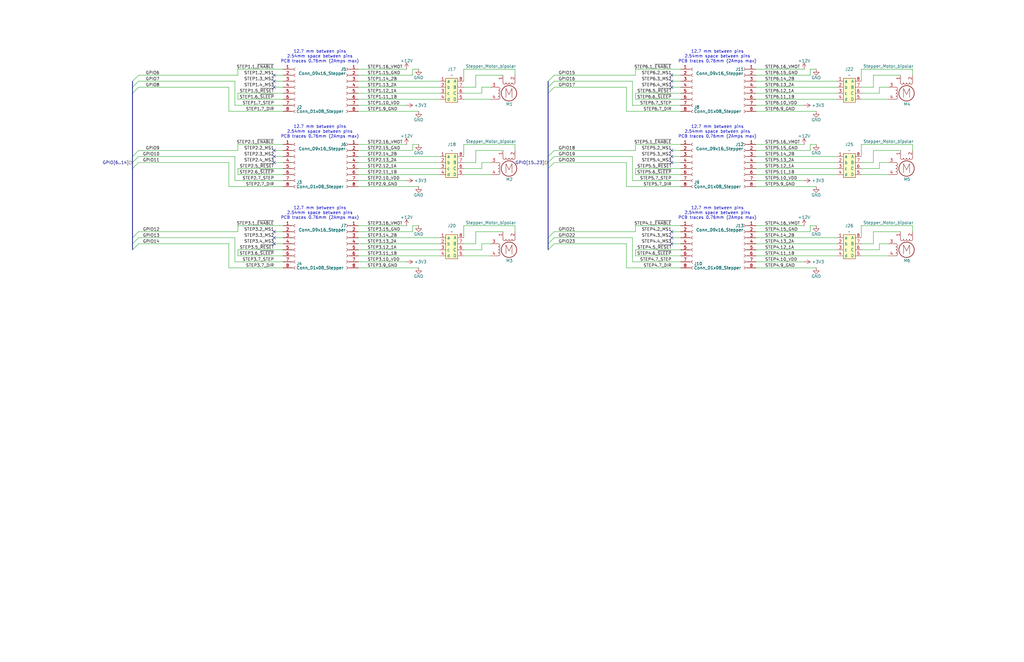
<source format=kicad_sch>
(kicad_sch (version 20250114) (generator "eeschema") (generator_version "9.0")
  (paper "B")
  (lib_symbols
    (symbol "Aeris_custom:SJ_Stepper_1-5mm"
      (property "Reference" "J" (at -0.254 7.62 0))
      (symbol "SJ_Stepper_1-5mm_0_1"
        (rectangle (start -2.54 5.08) (end 2.54 -5.08) (fill (type background)))
      )
      (symbol "SJ_Stepper_1-5mm_1_1"
        (pin input line (at -5.08 3.81 0) (length 2.54) (name "a") (number "1"))
        (pin input line (at -5.08 1.27 0) (length 2.54) (name "b") (number "2"))
        (pin input line (at -5.08 -1.27 0) (length 2.54) (name "c") (number "3"))
        (pin input line (at -5.08 -3.81 0) (length 2.54) (name "d") (number "4"))
        (pin input line (at 5.08 3.81 180) (length 2.54) (name "A") (number "8"))
        (pin input line (at 5.08 1.27 180) (length 2.54) (name "B") (number "7"))
        (pin input line (at 5.08 -1.27 180) (length 2.54) (name "C") (number "6"))
        (pin input line (at 5.08 -3.81 180) (length 2.54) (name "D") (number "5"))
      )
    )
    (symbol "Connector:Conn_01x08_Socket" (pin_names (offset 1.016) (hide yes))
      (property "Reference" "J" (at 0 10.16 0))
      (property "Value" "Conn_01x08_Socket" (at 0 -12.7 0))
      (symbol "Conn_01x08_Socket_1_1"
        (polyline (pts (xy -1.27 7.62) (xy -0.508 7.62)) (stroke (width 0.1524)))
        (polyline (pts (xy -1.27 5.08) (xy -0.508 5.08)) (stroke (width 0.1524)))
        (polyline (pts (xy -1.27 2.54) (xy -0.508 2.54)) (stroke (width 0.1524)))
        (polyline (pts (xy -1.27 0) (xy -0.508 0)) (stroke (width 0.1524)))
        (polyline (pts (xy -1.27 -2.54) (xy -0.508 -2.54)) (stroke (width 0.1524)))
        (polyline (pts (xy -1.27 -5.08) (xy -0.508 -5.08)) (stroke (width 0.1524)))
        (polyline (pts (xy -1.27 -7.62) (xy -0.508 -7.62)) (stroke (width 0.1524)))
        (polyline (pts (xy -1.27 -10.16) (xy -0.508 -10.16)) (stroke (width 0.1524)))
        (arc (start 0 7.112) (mid -0.5058 7.62) (end 0 8.128) (stroke (width 0.1524)))
        (arc (start 0 4.572) (mid -0.5058 5.08) (end 0 5.588) (stroke (width 0.1524)))
        (arc (start 0 2.032) (mid -0.5058 2.54) (end 0 3.048) (stroke (width 0.1524)))
        (arc (start 0 -0.508) (mid -0.5058 0) (end 0 0.508) (stroke (width 0.1524)))
        (arc (start 0 -3.048) (mid -0.5058 -2.54) (end 0 -2.032) (stroke (width 0.1524)))
        (arc (start 0 -5.588) (mid -0.5058 -5.08) (end 0 -4.572) (stroke (width 0.1524)))
        (arc (start 0 -8.128) (mid -0.5058 -7.62) (end 0 -7.112) (stroke (width 0.1524)))
        (arc (start 0 -10.668) (mid -0.5058 -10.16) (end 0 -9.652) (stroke (width 0.1524)))
        (pin passive line (at -5.08 7.62 0) (length 3.81) (name "Pin_1") (number "1"))
        (pin passive line (at -5.08 5.08 0) (length 3.81) (name "Pin_2") (number "2"))
        (pin passive line (at -5.08 2.54 0) (length 3.81) (name "Pin_3") (number "3"))
        (pin passive line (at -5.08 0 0) (length 3.81) (name "Pin_4") (number "4"))
        (pin passive line (at -5.08 -2.54 0) (length 3.81) (name "Pin_5") (number "5"))
        (pin passive line (at -5.08 -5.08 0) (length 3.81) (name "Pin_6") (number "6"))
        (pin passive line (at -5.08 -7.62 0) (length 3.81) (name "Pin_7") (number "7"))
        (pin passive line (at -5.08 -10.16 0) (length 3.81) (name "Pin_8") (number "8"))
      )
    )
    (symbol "Motor:Stepper_Motor_bipolar" (pin_names (offset 0) (hide yes))
      (property "Reference" "M" (at 3.81 2.54 0))
      (property "Value" "Stepper_Motor_bipolar" (at 3.81 1.27 0))
      (symbol "Stepper_Motor_bipolar_0_0"
        (polyline (pts (xy -1.27 -1.778) (xy -1.27 2.032) (xy 0 -0.508) (xy 1.27 2.032) (xy 1.27 -1.778)))
      )
      (symbol "Stepper_Motor_bipolar_0_1"
        (polyline (pts (xy -5.08 2.54) (xy -4.445 2.54)))
        (polyline (pts (xy -5.08 -2.54) (xy -4.445 -2.54)))
        (arc (start -4.445 2.54) (mid -3.8127 1.905) (end -4.445 1.27))
        (arc (start -4.445 1.27) (mid -3.8127 0.635) (end -4.445 0))
        (arc (start -4.445 0) (mid -3.8127 -0.635) (end -4.445 -1.27))
        (arc (start -4.445 -1.27) (mid -3.8127 -1.905) (end -4.445 -2.54))
        (polyline (pts (xy -2.54 5.08) (xy -2.54 4.445)))
        (arc (start -1.27 4.445) (mid -1.905 3.8127) (end -2.54 4.445))
        (arc (start 0 4.445) (mid -0.635 3.8127) (end -1.27 4.445))
        (circle (center 0 0) (radius 3.2512) (stroke (width 0.254)))
        (arc (start 1.27 4.445) (mid 0.635 3.8127) (end 0 4.445))
        (arc (start 2.54 4.445) (mid 1.905 3.8127) (end 1.27 4.445))
        (polyline (pts (xy 2.54 5.08) (xy 2.54 4.445)))
      )
      (symbol "Stepper_Motor_bipolar_1_1"
        (pin passive line (at -7.62 2.54 0) (length 2.54) (name "~") (number "3"))
        (pin passive line (at -7.62 -2.54 0) (length 2.54) (name "~") (number "4"))
        (pin passive line (at -2.54 7.62 270) (length 2.54) (name "~") (number "1"))
        (pin passive line (at 2.54 7.62 270) (length 2.54) (name "-") (number "2"))
      )
    )
    (symbol "power:+12V" (power) (pin_numbers (hide yes)) (pin_names (offset 0) (hide yes))
      (property "Value" "+12V" (at 0 3.556 0))
      (symbol "+12V_0_1"
        (polyline (pts (xy -0.762 1.27) (xy 0 2.54)))
        (polyline (pts (xy 0 2.54) (xy 0.762 1.27)))
        (polyline (pts (xy 0 0) (xy 0 2.54)))
      )
      (symbol "+12V_1_1"
        (pin power_in line (at 0 0 90) (length 0) (name "~") (number "1"))
      )
    )
    (symbol "power:+3V3" (power) (pin_numbers (hide yes)) (pin_names (offset 0) (hide yes))
      (property "Value" "+3V3" (at 0 3.556 0))
      (symbol "+3V3_0_1"
        (polyline (pts (xy -0.762 1.27) (xy 0 2.54)))
        (polyline (pts (xy 0 2.54) (xy 0.762 1.27)))
        (polyline (pts (xy 0 0) (xy 0 2.54)))
      )
      (symbol "+3V3_1_1"
        (pin power_in line (at 0 0 90) (length 0) (name "~") (number "1"))
      )
    )
    (symbol "power:GND" (power) (pin_numbers (hide yes)) (pin_names (offset 0) (hide yes))
      (property "Value" "GND" (at 0 -3.81 0))
      (symbol "GND_0_1"
        (polyline (pts (xy 0 0) (xy 0 -1.27) (xy 1.27 -1.27) (xy 0 -2.54) (xy -1.27 -1.27) (xy 0 -1.27)))
      )
      (symbol "GND_1_1"
        (pin power_in line (at 0 0 270) (length 0) (name "~") (number "1"))
      )
    )
  )
  (text "12.7 mm between pins\n2.54mm space between pins\nPCB traces 0.76mm (2Amps max)" (at 302.514 23.876 0) (effects (font (size 1.27 1.27))))
  (text "12.7 mm between pins\n2.54mm space between pins\nPCB traces 0.76mm (2Amps max)" (at 134.874 89.916 0) (effects (font (size 1.27 1.27))))
  (text "12.7 mm between pins\n2.54mm space between pins\nPCB traces 0.76mm (2Amps max)" (at 302.514 55.626 0) (effects (font (size 1.27 1.27))))
  (text "12.7 mm between pins\n2.54mm space between pins\nPCB traces 0.76mm (2Amps max)" (at 134.874 55.626 0) (effects (font (size 1.27 1.27))))
  (text "12.7 mm between pins\n2.54mm space between pins\nPCB traces 0.76mm (2Amps max)" (at 134.874 23.876 0) (effects (font (size 1.27 1.27))))
  (text "12.7 mm between pins\n2.54mm space between pins\nPCB traces 0.76mm (2Amps max)" (at 302.514 89.916 0) (effects (font (size 1.27 1.27))))
  (no_connect (at 115.57 31.75))
  (no_connect (at 283.21 102.87))
  (no_connect (at 283.21 63.5))
  (no_connect (at 283.21 97.79))
  (no_connect (at 115.57 36.83))
  (no_connect (at 283.21 31.75))
  (no_connect (at 115.57 68.58))
  (no_connect (at 283.21 34.29))
  (no_connect (at 283.21 66.04))
  (no_connect (at 115.57 102.87))
  (no_connect (at 115.57 34.29))
  (no_connect (at 283.21 36.83))
  (no_connect (at 283.21 100.33))
  (no_connect (at 283.21 68.58))
  (no_connect (at 115.57 63.5))
  (no_connect (at 115.57 100.33))
  (no_connect (at 115.57 66.04))
  (no_connect (at 115.57 97.79))
  (bus_entry (at 233.68 36.83) (size -2.54 2.54))
  (bus_entry (at 58.42 31.75) (size -2.54 2.54))
  (bus_entry (at 58.42 97.79) (size -2.54 2.54))
  (bus_entry (at 233.68 102.87) (size -2.54 2.54))
  (bus_entry (at 233.68 34.29) (size -2.54 2.54))
  (bus_entry (at 58.42 102.87) (size -2.54 2.54))
  (bus_entry (at 58.42 63.5) (size -2.54 2.54))
  (bus_entry (at 233.68 63.5) (size -2.54 2.54))
  (bus_entry (at 233.68 66.04) (size -2.54 2.54))
  (bus_entry (at 58.42 100.33) (size -2.54 2.54))
  (bus_entry (at 58.42 66.04) (size -2.54 2.54))
  (bus_entry (at 233.68 97.79) (size -2.54 2.54))
  (bus_entry (at 58.42 68.58) (size -2.54 2.54))
  (bus_entry (at 233.68 31.75) (size -2.54 2.54))
  (bus_entry (at 58.42 34.29) (size -2.54 2.54))
  (bus_entry (at 58.42 36.83) (size -2.54 2.54))
  (bus_entry (at 233.68 68.58) (size -2.54 2.54))
  (bus_entry (at 233.68 100.33) (size -2.54 2.54))
  (wire (pts (xy 115.57 36.83) (xy 119.38 36.83)))
  (wire (pts (xy 368.3 97.79) (xy 379.73 97.79)))
  (wire (pts (xy 318.77 66.04) (xy 353.06 66.04)))
  (bus (pts (xy 55.88 34.29) (xy 55.88 36.83)))
  (wire (pts (xy 363.22 105.41) (xy 370.84 105.41)))
  (wire (pts (xy 115.57 68.58) (xy 119.38 68.58)))
  (wire (pts (xy 203.2 39.37) (xy 203.2 36.83)))
  (wire (pts (xy 318.77 60.96) (xy 339.09 60.96)))
  (wire (pts (xy 100.33 105.41) (xy 119.38 105.41)))
  (wire (pts (xy 370.84 71.12) (xy 370.84 68.58)))
  (wire (pts (xy 200.66 68.58) (xy 200.66 63.5)))
  (wire (pts (xy 99.06 44.45) (xy 99.06 34.29)))
  (wire (pts (xy 266.7 110.49) (xy 266.7 100.33)))
  (wire (pts (xy 318.77 105.41) (xy 353.06 105.41)))
  (wire (pts (xy 370.84 105.41) (xy 370.84 102.87)))
  (wire (pts (xy 200.66 36.83) (xy 200.66 31.75)))
  (wire (pts (xy 267.97 29.21) (xy 287.02 29.21)))
  (wire (pts (xy 100.33 29.21) (xy 100.33 31.75)))
  (wire (pts (xy 195.58 34.29) (xy 195.58 29.21)))
  (wire (pts (xy 264.16 113.03) (xy 264.16 102.87)))
  (wire (pts (xy 195.58 95.25) (xy 217.17 95.25)))
  (wire (pts (xy 100.33 107.95) (xy 119.38 107.95)))
  (wire (pts (xy 58.42 100.33) (xy 99.06 100.33)))
  (bus (pts (xy 231.14 102.87) (xy 231.14 105.41)))
  (wire (pts (xy 318.77 41.91) (xy 353.06 41.91)))
  (bus (pts (xy 231.14 68.58) (xy 231.14 71.12)))
  (wire (pts (xy 151.13 76.2) (xy 171.45 76.2)))
  (wire (pts (xy 100.33 95.25) (xy 100.33 97.79)))
  (wire (pts (xy 100.33 107.95) (xy 100.33 105.41)))
  (wire (pts (xy 267.97 107.95) (xy 267.97 105.41)))
  (wire (pts (xy 233.68 68.58) (xy 264.16 68.58)))
  (wire (pts (xy 200.66 31.75) (xy 212.09 31.75)))
  (wire (pts (xy 318.77 113.03) (xy 344.17 113.03)))
  (wire (pts (xy 195.58 29.21) (xy 217.17 29.21)))
  (wire (pts (xy 233.68 63.5) (xy 267.97 63.5)))
  (wire (pts (xy 151.13 63.5) (xy 173.99 63.5)))
  (wire (pts (xy 200.66 63.5) (xy 212.09 63.5)))
  (wire (pts (xy 233.68 97.79) (xy 267.97 97.79)))
  (wire (pts (xy 200.66 97.79) (xy 212.09 97.79)))
  (wire (pts (xy 283.21 68.58) (xy 287.02 68.58)))
  (wire (pts (xy 266.7 110.49) (xy 287.02 110.49)))
  (bus (pts (xy 55.88 102.87) (xy 55.88 105.41)))
  (wire (pts (xy 344.17 29.21) (xy 341.63 29.21)))
  (wire (pts (xy 173.99 95.25) (xy 173.99 97.79)))
  (wire (pts (xy 267.97 73.66) (xy 267.97 71.12)))
  (wire (pts (xy 341.63 29.21) (xy 341.63 31.75)))
  (wire (pts (xy 151.13 39.37) (xy 185.42 39.37)))
  (wire (pts (xy 203.2 102.87) (xy 207.01 102.87)))
  (wire (pts (xy 363.22 39.37) (xy 370.84 39.37)))
  (bus (pts (xy 55.88 71.12) (xy 55.88 100.33)))
  (wire (pts (xy 151.13 31.75) (xy 173.99 31.75)))
  (wire (pts (xy 96.52 78.74) (xy 96.52 68.58)))
  (wire (pts (xy 195.58 107.95) (xy 207.01 107.95)))
  (wire (pts (xy 318.77 76.2) (xy 339.09 76.2)))
  (wire (pts (xy 115.57 63.5) (xy 119.38 63.5)))
  (wire (pts (xy 151.13 105.41) (xy 185.42 105.41)))
  (wire (pts (xy 217.17 63.5) (xy 217.17 60.96)))
  (wire (pts (xy 283.21 63.5) (xy 287.02 63.5)))
  (wire (pts (xy 195.58 41.91) (xy 207.01 41.91)))
  (wire (pts (xy 58.42 68.58) (xy 96.52 68.58)))
  (wire (pts (xy 267.97 60.96) (xy 287.02 60.96)))
  (wire (pts (xy 264.16 113.03) (xy 287.02 113.03)))
  (wire (pts (xy 267.97 73.66) (xy 287.02 73.66)))
  (wire (pts (xy 115.57 100.33) (xy 119.38 100.33)))
  (wire (pts (xy 267.97 95.25) (xy 287.02 95.25)))
  (wire (pts (xy 58.42 31.75) (xy 100.33 31.75)))
  (wire (pts (xy 176.53 95.25) (xy 173.99 95.25)))
  (bus (pts (xy 231.14 66.04) (xy 231.14 68.58)))
  (wire (pts (xy 99.06 76.2) (xy 99.06 66.04)))
  (wire (pts (xy 266.7 76.2) (xy 287.02 76.2)))
  (wire (pts (xy 115.57 34.29) (xy 119.38 34.29)))
  (wire (pts (xy 264.16 78.74) (xy 264.16 68.58)))
  (wire (pts (xy 151.13 34.29) (xy 185.42 34.29)))
  (wire (pts (xy 267.97 60.96) (xy 267.97 63.5)))
  (wire (pts (xy 151.13 60.96) (xy 171.45 60.96)))
  (wire (pts (xy 363.22 95.25) (xy 384.81 95.25)))
  (wire (pts (xy 99.06 110.49) (xy 119.38 110.49)))
  (wire (pts (xy 233.68 66.04) (xy 266.7 66.04)))
  (wire (pts (xy 195.58 100.33) (xy 195.58 95.25)))
  (wire (pts (xy 264.16 46.99) (xy 264.16 36.83)))
  (wire (pts (xy 341.63 95.25) (xy 341.63 97.79)))
  (wire (pts (xy 195.58 102.87) (xy 200.66 102.87)))
  (wire (pts (xy 266.7 44.45) (xy 287.02 44.45)))
  (wire (pts (xy 100.33 71.12) (xy 119.38 71.12)))
  (wire (pts (xy 151.13 36.83) (xy 185.42 36.83)))
  (wire (pts (xy 318.77 78.74) (xy 344.17 78.74)))
  (wire (pts (xy 318.77 46.99) (xy 344.17 46.99)))
  (wire (pts (xy 318.77 71.12) (xy 353.06 71.12)))
  (wire (pts (xy 195.58 60.96) (xy 217.17 60.96)))
  (wire (pts (xy 151.13 97.79) (xy 173.99 97.79)))
  (wire (pts (xy 115.57 66.04) (xy 119.38 66.04)))
  (wire (pts (xy 384.81 31.75) (xy 384.81 29.21)))
  (wire (pts (xy 368.3 68.58) (xy 368.3 63.5)))
  (wire (pts (xy 266.7 76.2) (xy 266.7 66.04)))
  (bus (pts (xy 55.88 68.58) (xy 55.88 71.12)))
  (bus (pts (xy 231.14 34.29) (xy 231.14 36.83)))
  (wire (pts (xy 363.22 36.83) (xy 368.3 36.83)))
  (wire (pts (xy 217.17 97.79) (xy 217.17 95.25)))
  (wire (pts (xy 318.77 73.66) (xy 353.06 73.66)))
  (wire (pts (xy 318.77 29.21) (xy 339.09 29.21)))
  (wire (pts (xy 267.97 105.41) (xy 287.02 105.41)))
  (wire (pts (xy 151.13 100.33) (xy 185.42 100.33)))
  (wire (pts (xy 363.22 107.95) (xy 374.65 107.95)))
  (wire (pts (xy 151.13 41.91) (xy 185.42 41.91)))
  (wire (pts (xy 96.52 113.03) (xy 96.52 102.87)))
  (wire (pts (xy 115.57 102.87) (xy 119.38 102.87)))
  (bus (pts (xy 55.88 39.37) (xy 55.88 66.04)))
  (wire (pts (xy 318.77 107.95) (xy 353.06 107.95)))
  (wire (pts (xy 100.33 60.96) (xy 100.33 63.5)))
  (bus (pts (xy 55.88 66.04) (xy 55.88 68.58)))
  (wire (pts (xy 100.33 73.66) (xy 119.38 73.66)))
  (bus (pts (xy 231.14 36.83) (xy 231.14 39.37)))
  (wire (pts (xy 318.77 68.58) (xy 353.06 68.58)))
  (wire (pts (xy 151.13 107.95) (xy 185.42 107.95)))
  (wire (pts (xy 195.58 105.41) (xy 203.2 105.41)))
  (wire (pts (xy 173.99 60.96) (xy 173.99 63.5)))
  (bus (pts (xy 231.14 71.12) (xy 231.14 100.33)))
  (wire (pts (xy 58.42 36.83) (xy 96.52 36.83)))
  (wire (pts (xy 195.58 71.12) (xy 203.2 71.12)))
  (wire (pts (xy 368.3 63.5) (xy 379.73 63.5)))
  (wire (pts (xy 203.2 68.58) (xy 207.01 68.58)))
  (wire (pts (xy 100.33 60.96) (xy 119.38 60.96)))
  (wire (pts (xy 151.13 44.45) (xy 171.45 44.45)))
  (wire (pts (xy 151.13 73.66) (xy 185.42 73.66)))
  (wire (pts (xy 384.81 97.79) (xy 384.81 95.25)))
  (wire (pts (xy 151.13 68.58) (xy 185.42 68.58)))
  (wire (pts (xy 363.22 68.58) (xy 368.3 68.58)))
  (wire (pts (xy 233.68 100.33) (xy 266.7 100.33)))
  (wire (pts (xy 363.22 60.96) (xy 384.81 60.96)))
  (wire (pts (xy 151.13 46.99) (xy 176.53 46.99)))
  (wire (pts (xy 99.06 44.45) (xy 119.38 44.45)))
  (wire (pts (xy 195.58 36.83) (xy 200.66 36.83)))
  (wire (pts (xy 283.21 36.83) (xy 287.02 36.83)))
  (wire (pts (xy 151.13 66.04) (xy 185.42 66.04)))
  (wire (pts (xy 318.77 34.29) (xy 353.06 34.29)))
  (wire (pts (xy 58.42 97.79) (xy 100.33 97.79)))
  (bus (pts (xy 231.14 39.37) (xy 231.14 66.04)))
  (wire (pts (xy 58.42 34.29) (xy 99.06 34.29)))
  (wire (pts (xy 176.53 60.96) (xy 173.99 60.96)))
  (wire (pts (xy 200.66 102.87) (xy 200.66 97.79)))
  (wire (pts (xy 318.77 63.5) (xy 341.63 63.5)))
  (wire (pts (xy 266.7 44.45) (xy 266.7 34.29)))
  (wire (pts (xy 100.33 41.91) (xy 119.38 41.91)))
  (wire (pts (xy 363.22 41.91) (xy 374.65 41.91)))
  (wire (pts (xy 368.3 36.83) (xy 368.3 31.75)))
  (wire (pts (xy 363.22 100.33) (xy 363.22 95.25)))
  (wire (pts (xy 96.52 46.99) (xy 96.52 36.83)))
  (wire (pts (xy 100.33 41.91) (xy 100.33 39.37)))
  (wire (pts (xy 283.21 100.33) (xy 287.02 100.33)))
  (wire (pts (xy 99.06 76.2) (xy 119.38 76.2)))
  (wire (pts (xy 151.13 71.12) (xy 185.42 71.12)))
  (wire (pts (xy 341.63 60.96) (xy 341.63 63.5)))
  (wire (pts (xy 267.97 29.21) (xy 267.97 31.75)))
  (wire (pts (xy 318.77 97.79) (xy 341.63 97.79)))
  (wire (pts (xy 283.21 34.29) (xy 287.02 34.29)))
  (wire (pts (xy 115.57 97.79) (xy 119.38 97.79)))
  (wire (pts (xy 363.22 71.12) (xy 370.84 71.12)))
  (wire (pts (xy 233.68 31.75) (xy 267.97 31.75)))
  (wire (pts (xy 100.33 29.21) (xy 119.38 29.21)))
  (wire (pts (xy 318.77 110.49) (xy 339.09 110.49)))
  (wire (pts (xy 318.77 95.25) (xy 339.09 95.25)))
  (wire (pts (xy 318.77 39.37) (xy 353.06 39.37)))
  (wire (pts (xy 195.58 73.66) (xy 207.01 73.66)))
  (wire (pts (xy 96.52 113.03) (xy 119.38 113.03)))
  (wire (pts (xy 368.3 102.87) (xy 368.3 97.79)))
  (wire (pts (xy 363.22 73.66) (xy 374.65 73.66)))
  (wire (pts (xy 264.16 46.99) (xy 287.02 46.99)))
  (wire (pts (xy 173.99 29.21) (xy 173.99 31.75)))
  (wire (pts (xy 283.21 31.75) (xy 287.02 31.75)))
  (wire (pts (xy 318.77 36.83) (xy 353.06 36.83)))
  (wire (pts (xy 96.52 46.99) (xy 119.38 46.99)))
  (wire (pts (xy 283.21 66.04) (xy 287.02 66.04)))
  (wire (pts (xy 203.2 36.83) (xy 207.01 36.83)))
  (wire (pts (xy 318.77 102.87) (xy 353.06 102.87)))
  (wire (pts (xy 100.33 73.66) (xy 100.33 71.12)))
  (wire (pts (xy 318.77 44.45) (xy 339.09 44.45)))
  (wire (pts (xy 267.97 41.91) (xy 267.97 39.37)))
  (wire (pts (xy 58.42 63.5) (xy 100.33 63.5)))
  (bus (pts (xy 55.88 100.33) (xy 55.88 102.87)))
  (wire (pts (xy 115.57 31.75) (xy 119.38 31.75)))
  (bus (pts (xy 55.88 36.83) (xy 55.88 39.37)))
  (wire (pts (xy 151.13 29.21) (xy 171.45 29.21)))
  (wire (pts (xy 267.97 107.95) (xy 287.02 107.95)))
  (wire (pts (xy 370.84 102.87) (xy 374.65 102.87)))
  (wire (pts (xy 151.13 95.25) (xy 171.45 95.25)))
  (wire (pts (xy 318.77 31.75) (xy 341.63 31.75)))
  (bus (pts (xy 231.14 100.33) (xy 231.14 102.87)))
  (wire (pts (xy 368.3 31.75) (xy 379.73 31.75)))
  (wire (pts (xy 363.22 66.04) (xy 363.22 60.96)))
  (wire (pts (xy 233.68 102.87) (xy 264.16 102.87)))
  (wire (pts (xy 370.84 68.58) (xy 374.65 68.58)))
  (wire (pts (xy 99.06 110.49) (xy 99.06 100.33)))
  (wire (pts (xy 370.84 36.83) (xy 374.65 36.83)))
  (wire (pts (xy 363.22 102.87) (xy 368.3 102.87)))
  (wire (pts (xy 195.58 39.37) (xy 203.2 39.37)))
  (wire (pts (xy 344.17 60.96) (xy 341.63 60.96)))
  (wire (pts (xy 58.42 102.87) (xy 96.52 102.87)))
  (wire (pts (xy 363.22 34.29) (xy 363.22 29.21)))
  (wire (pts (xy 100.33 39.37) (xy 119.38 39.37)))
  (wire (pts (xy 217.17 31.75) (xy 217.17 29.21)))
  (wire (pts (xy 203.2 105.41) (xy 203.2 102.87)))
  (wire (pts (xy 264.16 78.74) (xy 287.02 78.74)))
  (wire (pts (xy 267.97 41.91) (xy 287.02 41.91)))
  (wire (pts (xy 176.53 29.21) (xy 173.99 29.21)))
  (wire (pts (xy 151.13 113.03) (xy 176.53 113.03)))
  (wire (pts (xy 151.13 110.49) (xy 171.45 110.49)))
  (wire (pts (xy 195.58 66.04) (xy 195.58 60.96)))
  (wire (pts (xy 318.77 100.33) (xy 353.06 100.33)))
  (wire (pts (xy 151.13 78.74) (xy 176.53 78.74)))
  (wire (pts (xy 283.21 102.87) (xy 287.02 102.87)))
  (wire (pts (xy 233.68 36.83) (xy 264.16 36.83)))
  (wire (pts (xy 58.42 66.04) (xy 99.06 66.04)))
  (wire (pts (xy 151.13 102.87) (xy 185.42 102.87)))
  (wire (pts (xy 363.22 29.21) (xy 384.81 29.21)))
  (wire (pts (xy 267.97 71.12) (xy 287.02 71.12)))
  (wire (pts (xy 100.33 95.25) (xy 119.38 95.25)))
  (wire (pts (xy 384.81 63.5) (xy 384.81 60.96)))
  (wire (pts (xy 203.2 71.12) (xy 203.2 68.58)))
  (wire (pts (xy 344.17 95.25) (xy 341.63 95.25)))
  (wire (pts (xy 370.84 39.37) (xy 370.84 36.83)))
  (wire (pts (xy 283.21 97.79) (xy 287.02 97.79)))
  (wire (pts (xy 195.58 68.58) (xy 200.66 68.58)))
  (wire (pts (xy 233.68 34.29) (xy 266.7 34.29)))
  (wire (pts (xy 267.97 95.25) (xy 267.97 97.79)))
  (wire (pts (xy 267.97 39.37) (xy 287.02 39.37)))
  (wire (pts (xy 96.52 78.74) (xy 119.38 78.74)))
  (label "STEP1.6_~{SLEEP}" (at 115.57 41.91 180))
  (label "STEP3.9_GND" (at 154.94 113.03 0))
  (label "STEP5.9_GND" (at 322.58 78.74 0))
  (label "STEP5.4_MS3" (at 283.21 68.58 180))
  (label "STEP1.9_GND" (at 154.94 46.99 0))
  (label "GPIO15" (at 242.57 31.75 180))
  (label "STEP6.7_DIR" (at 283.21 46.99 180))
  (label "STEP6.1_~{ENABLE}" (at 283.21 29.21 180))
  (label "STEP2.3_MS2" (at 115.57 66.04 180))
  (label "STEP4.10_VDD" (at 322.58 110.49 0))
  (label "STEP3.14_2B" (at 154.94 100.33 0))
  (label "GPIO12" (at 67.31 97.79 180))
  (label "GPIO21" (at 242.57 97.79 180))
  (label "STEP6.14_2B" (at 322.58 34.29 0))
  (label "GPIO17" (at 242.57 36.83 180))
  (label "STEP5.15_GND" (at 322.58 63.5 0))
  (label "STEP1.2_MS1" (at 115.57 31.75 180))
  (label "STEP3.12_1A" (at 154.94 105.41 0))
  (label "GPIO22" (at 242.57 100.33 180))
  (label "STEP2.12_1A" (at 154.94 71.12 0))
  (label "STEP2.13_2A" (at 154.94 68.58 0))
  (label "STEP1.10_VDD" (at 154.94 44.45 0))
  (label "STEP4.15_GND" (at 322.58 97.79 0))
  (label "STEP2.2_MS1" (at 115.57 63.5 180))
  (label "STEP6.13_2A" (at 322.58 36.83 0))
  (label "STEP1.12_1A" (at 154.94 39.37 0))
  (label "STEP5.16_VMOT" (at 322.58 60.96 0))
  (label "STEP3.6_~{SLEEP}" (at 115.57 107.95 180))
  (label "STEP4.2_MS1" (at 283.21 97.79 180))
  (label "STEP1.3_MS2" (at 115.57 34.29 180))
  (label "STEP5.3_MS2" (at 283.21 66.04 180))
  (label "STEP4.4_MS3" (at 283.21 102.87 180))
  (label "STEP6.9_GND" (at 322.58 46.99 0))
  (label "STEP3.2_MS1" (at 115.57 97.79 180))
  (label "STEP5.11_1B" (at 322.58 73.66 0))
  (label "STEP4.12_1A" (at 322.58 105.41 0))
  (label "GPIO16" (at 242.57 34.29 180))
  (label "STEP5.2_MS1" (at 283.21 63.5 180))
  (label "GPIO6" (at 67.31 31.75 180))
  (label "STEP1.7_DIR" (at 115.57 46.99 180))
  (label "STEP2.16_VMOT" (at 154.94 60.96 0))
  (label "GPIO8" (at 67.31 36.83 180))
  (label "STEP5.6_~{SLEEP}" (at 283.21 73.66 180))
  (label "STEP4.1_~{ENABLE}" (at 283.21 95.25 180))
  (label "STEP2.7_STEP" (at 115.57 76.2 180))
  (label "STEP6.12_1A" (at 322.58 39.37 0))
  (label "STEP6.3_MS2" (at 283.21 34.29 180))
  (label "GPIO14" (at 67.31 102.87 180))
  (label "STEP6.16_VMOT" (at 322.58 29.21 0))
  (label "STEP1.13_2A" (at 154.94 36.83 0))
  (label "STEP3.15_GND" (at 154.94 97.79 0))
  (label "STEP3.7_DIR" (at 115.57 113.03 180))
  (label "GPIO23" (at 242.57 102.87 180))
  (label "STEP3.4_MS3" (at 115.57 102.87 180))
  (label "GPIO19" (at 242.57 66.04 180))
  (label "STEP5.1_~{ENABLE}" (at 283.21 60.96 180))
  (label "STEP5.14_2B" (at 322.58 66.04 0))
  (label "GPIO13" (at 67.31 100.33 180))
  (label "STEP1.1_~{ENABLE}" (at 115.57 29.21 180))
  (label "GPIO11" (at 67.31 68.58 180))
  (label "STEP5.10_VDD" (at 322.58 76.2 0))
  (label "STEP4.6_~{SLEEP}" (at 283.21 107.95 180))
  (label "STEP6.11_1B" (at 322.58 41.91 0))
  (label "STEP4.11_1B" (at 322.58 107.95 0))
  (label "STEP3.13_2A" (at 154.94 102.87 0))
  (label "STEP4.7_DIR" (at 283.21 113.03 180))
  (label "STEP6.10_VDD" (at 322.58 44.45 0))
  (label "STEP3.1_~{ENABLE}" (at 115.57 95.25 180))
  (label "STEP5.13_2A" (at 322.58 68.58 0))
  (label "STEP2.10_VDD" (at 154.94 76.2 0))
  (label "STEP5.7_DIR" (at 283.21 78.74 180))
  (label "STEP6.4_MS3" (at 283.21 36.83 180))
  (label "STEP6.2_MS1" (at 283.21 31.75 180))
  (label "STEP2.7_DIR" (at 115.57 78.74 180))
  (label "STEP1.11_1B" (at 154.94 41.91 0))
  (label "STEP3.7_STEP" (at 115.57 110.49 180))
  (label "STEP6.5_~{RESET}" (at 283.21 39.37 180))
  (label "STEP4.16_VMOT" (at 322.58 95.25 0))
  (label "STEP1.14_2B" (at 154.94 34.29 0))
  (label "STEP1.4_MS3" (at 115.57 36.83 180))
  (label "STEP3.3_MS2" (at 115.57 100.33 180))
  (label "STEP2.4_MS3" (at 115.57 68.58 180))
  (label "STEP2.9_GND" (at 154.94 78.74 0))
  (label "STEP1.5_~{RESET}" (at 115.57 39.37 180))
  (label "STEP4.5_~{RESET}" (at 283.21 105.41 180))
  (label "STEP2.11_1B" (at 154.94 73.66 0))
  (label "STEP3.10_VDD" (at 154.94 110.49 0))
  (label "STEP3.16_VMOT" (at 154.94 95.25 0))
  (label "STEP2.15_GND" (at 154.94 63.5 0))
  (label "STEP4.3_MS2" (at 283.21 100.33 180))
  (label "GPIO7" (at 67.31 34.29 180))
  (label "STEP1.15_GND" (at 154.94 31.75 0))
  (label "STEP6.7_STEP" (at 283.21 44.45 180))
  (label "STEP4.13_2A" (at 322.58 102.87 0))
  (label "STEP2.14_2B" (at 154.94 66.04 0))
  (label "GPIO20" (at 242.57 68.58 180))
  (label "STEP5.5_~{RESET}" (at 283.21 71.12 180))
  (label "STEP4.14_2B" (at 322.58 100.33 0))
  (label "STEP3.5_~{RESET}" (at 115.57 105.41 180))
  (label "STEP1.7_STEP" (at 115.57 44.45 180))
  (label "GPIO18" (at 242.57 63.5 180))
  (label "STEP6.15_GND" (at 322.58 31.75 0))
  (label "STEP3.11_1B" (at 154.94 107.95 0))
  (label "STEP2.6_~{SLEEP}" (at 115.57 73.66 180))
  (label "STEP5.12_1A" (at 322.58 71.12 0))
  (label "GPIO9" (at 67.31 63.5 180))
  (label "STEP4.7_STEP" (at 283.21 110.49 180))
  (label "GPIO10" (at 67.31 66.04 180))
  (label "STEP2.1_~{ENABLE}" (at 115.57 60.96 180))
  (label "STEP2.5_~{RESET}" (at 115.57 71.12 180))
  (label "STEP1.16_VMOT" (at 154.94 29.21 0))
  (label "STEP6.6_~{SLEEP}" (at 283.21 41.91 180))
  (label "STEP5.7_STEP" (at 283.21 76.2 180))
  (label "STEP4.9_GND" (at 322.58 113.03 0))
  (hierarchical_label "GPIO[15..23]" (shape input) (at 231.14 68.58 180))
  (hierarchical_label "GPIO[6..14]" (shape input) (at 55.88 68.58 180))
  (symbol (lib_id "power:+3V3") (at 171.45 44.45 270) (unit 1)
    (property "Reference" "#PWR034" (effects (hide yes)))
    (property "Value" "+3V3" (at 177.292 44.45 90))
    (property "Description" "Power symbol creates a global label with name \"+3V3\"" (effects (hide yes)))
  )
  (symbol (lib_id "power:GND") (at 344.17 29.21 0) (unit 1)
    (property "Reference" "#PWR051" (effects (hide yes)))
    (property "Value" "GND" (at 344.17 32.766 0))
    (property "Description" "Power symbol creates a global label with name \"GND\" , ground" (effects (hide yes)))
  )
  (symbol (lib_id "power:+3V3") (at 171.45 76.2 270) (unit 1)
    (property "Reference" "#PWR036" (effects (hide yes)))
    (property "Value" "+3V3" (at 177.292 76.2 90))
    (property "Description" "Power symbol creates a global label with name \"+3V3\"" (effects (hide yes)))
  )
  (symbol (lib_id "Aeris_custom:SJ_Stepper_1-5mm") (at 190.5 38.1 0) (unit 1)
    (property "Reference" "J17" (at 190.5 29.21 0))
    (property "Value" "~" (at 190.5 31.75 0))
    (property "Footprint" "Custom_Aeris:SJ_Stepper_1-5mm" (effects (hide yes)))
  )
  (symbol (lib_id "power:GND") (at 344.17 60.96 0) (unit 1)
    (property "Reference" "#PWR053" (effects (hide yes)))
    (property "Value" "GND" (at 344.17 64.516 0))
    (property "Description" "Power symbol creates a global label with name \"GND\" , ground" (effects (hide yes)))
  )
  (symbol (lib_id "power:GND") (at 176.53 113.03 0) (unit 1)
    (property "Reference" "#PWR044" (effects (hide yes)))
    (property "Value" "GND" (at 176.53 116.586 0))
    (property "Description" "Power symbol creates a global label with name \"GND\" , ground" (effects (hide yes)))
  )
  (symbol (lib_id "power:GND") (at 344.17 46.99 0) (unit 1)
    (property "Reference" "#PWR052" (effects (hide yes)))
    (property "Value" "GND" (at 344.17 50.546 0))
    (property "Description" "Power symbol creates a global label with name \"GND\" , ground" (effects (hide yes)))
  )
  (symbol (lib_id "power:+3V3") (at 339.09 76.2 270) (unit 1)
    (property "Reference" "#PWR048" (effects (hide yes)))
    (property "Value" "+3V3" (at 344.932 76.2 90))
    (property "Description" "Power symbol creates a global label with name \"+3V3\"" (effects (hide yes)))
  )
  (symbol (lib_id "Motor:Stepper_Motor_bipolar") (at 214.63 105.41 0) (unit 1)
    (property "Reference" "M3" (at 213.36 109.982 0) (effects (justify left)))
    (property "Value" "Stepper_Motor_bipolar" (at 196.342 93.98 0) (effects (justify left)))
    (property "Footprint" "Connector_PinSocket_2.54mm:PinSocket_1x04_P2.54mm_Vertical" (effects (hide yes)))
    (property "Datasheet" "http://www.infineon.com/dgdl/Application-Note-TLE8110EE_driving_UniPolarStepperMotor_V1.1.pdf?fileId=db3a30431be39b97011be5d0aa0a00b0" (effects (hide yes)))
    (property "Description" "4-wire bipolar stepper motor" (effects (hide yes)))
  )
  (symbol (lib_id "power:GND") (at 344.17 95.25 0) (unit 1)
    (property "Reference" "#PWR055" (effects (hide yes)))
    (property "Value" "GND" (at 344.17 98.806 0))
    (property "Description" "Power symbol creates a global label with name \"GND\" , ground" (effects (hide yes)))
  )
  (symbol (lib_id "Connector:Conn_01x08_Socket") (at 146.05 36.83 0) (mirror y) (unit 1)
    (property "Reference" "J5" (at 146.05 29.21 0) (effects (justify left)))
    (property "Value" "Conn_09x16_Stepper" (at 145.796 30.988 0) (effects (justify left)))
    (property "Footprint" "Connector_PinSocket_2.54mm:PinSocket_1x08_P2.54mm_Vertical_SMD_Pin1Left" (effects (hide yes)))
    (property "Description" "Generic connector, single row, 01x08, script generated" (effects (hide yes)))
  )
  (symbol (lib_id "Connector:Conn_01x08_Socket") (at 124.46 102.87 0) (unit 1)
    (property "Reference" "J4" (at 124.968 111.2519 0) (effects (justify left)))
    (property "Value" "Conn_01x08_Stepper" (at 124.968 113.03 0) (effects (justify left)))
    (property "Footprint" "Connector_PinSocket_2.54mm:PinSocket_1x08_P2.54mm_Vertical_SMD_Pin1Left" (effects (hide yes)))
    (property "Description" "Generic connector, single row, 01x08, script generated" (effects (hide yes)))
  )
  (symbol (lib_id "power:GND") (at 344.17 78.74 0) (unit 1)
    (property "Reference" "#PWR054" (effects (hide yes)))
    (property "Value" "GND" (at 344.17 82.296 0))
    (property "Description" "Power symbol creates a global label with name \"GND\" , ground" (effects (hide yes)))
  )
  (symbol (lib_id "Connector:Conn_01x08_Socket") (at 292.1 102.87 0) (unit 1)
    (property "Reference" "J10" (at 292.608 111.2519 0) (effects (justify left)))
    (property "Value" "Conn_01x08_Stepper" (at 292.608 113.03 0) (effects (justify left)))
    (property "Footprint" "Connector_PinSocket_2.54mm:PinSocket_1x08_P2.54mm_Vertical_SMD_Pin1Left" (effects (hide yes)))
    (property "Description" "Generic connector, single row, 01x08, script generated" (effects (hide yes)))
  )
  (symbol (lib_id "power:+12V") (at 339.09 95.25 0) (unit 1)
    (property "Reference" "#PWR049" (effects (hide yes)))
    (property "Value" "+12V" (at 339.09 91.694 0))
    (property "Description" "Power symbol creates a global label with name \"+12V\"" (effects (hide yes)))
  )
  (symbol (lib_id "Motor:Stepper_Motor_bipolar") (at 382.27 39.37 0) (unit 1)
    (property "Reference" "M4" (at 381 43.942 0) (effects (justify left)))
    (property "Value" "Stepper_Motor_bipolar" (at 363.982 27.94 0) (effects (justify left)))
    (property "Footprint" "Connector_PinSocket_2.54mm:PinSocket_1x04_P2.54mm_Vertical" (effects (hide yes)))
    (property "Datasheet" "http://www.infineon.com/dgdl/Application-Note-TLE8110EE_driving_UniPolarStepperMotor_V1.1.pdf?fileId=db3a30431be39b97011be5d0aa0a00b0" (effects (hide yes)))
    (property "Description" "4-wire bipolar stepper motor" (effects (hide yes)))
  )
  (symbol (lib_id "power:+3V3") (at 339.09 44.45 270) (unit 1)
    (property "Reference" "#PWR046" (effects (hide yes)))
    (property "Value" "+3V3" (at 344.932 44.45 90))
    (property "Description" "Power symbol creates a global label with name \"+3V3\"" (effects (hide yes)))
  )
  (symbol (lib_id "power:GND") (at 176.53 29.21 0) (unit 1)
    (property "Reference" "#PWR039" (effects (hide yes)))
    (property "Value" "GND" (at 176.53 32.766 0))
    (property "Description" "Power symbol creates a global label with name \"GND\" , ground" (effects (hide yes)))
  )
  (symbol (lib_id "Motor:Stepper_Motor_bipolar") (at 214.63 71.12 0) (unit 1)
    (property "Reference" "M2" (at 213.36 75.692 0) (effects (justify left)))
    (property "Value" "Stepper_Motor_bipolar" (at 196.342 59.69 0) (effects (justify left)))
    (property "Footprint" "Connector_PinSocket_2.54mm:PinSocket_1x04_P2.54mm_Vertical" (effects (hide yes)))
    (property "Datasheet" "http://www.infineon.com/dgdl/Application-Note-TLE8110EE_driving_UniPolarStepperMotor_V1.1.pdf?fileId=db3a30431be39b97011be5d0aa0a00b0" (effects (hide yes)))
    (property "Description" "4-wire bipolar stepper motor" (effects (hide yes)))
  )
  (symbol (lib_id "Aeris_custom:SJ_Stepper_1-5mm") (at 190.5 69.85 0) (unit 1)
    (property "Reference" "J18" (at 190.5 60.96 0))
    (property "Value" "~" (at 190.5 63.5 0))
    (property "Footprint" "Custom_Aeris:SJ_Stepper_1-5mm" (effects (hide yes)))
  )
  (symbol (lib_id "power:GND") (at 176.53 95.25 0) (unit 1)
    (property "Reference" "#PWR043" (effects (hide yes)))
    (property "Value" "GND" (at 176.53 98.806 0))
    (property "Description" "Power symbol creates a global label with name \"GND\" , ground" (effects (hide yes)))
  )
  (symbol (lib_id "Motor:Stepper_Motor_bipolar") (at 214.63 39.37 0) (unit 1)
    (property "Reference" "M1" (at 213.36 43.942 0) (effects (justify left)))
    (property "Value" "Stepper_Motor_bipolar" (at 196.342 27.94 0) (effects (justify left)))
    (property "Footprint" "Connector_PinSocket_2.54mm:PinSocket_1x04_P2.54mm_Vertical" (effects (hide yes)))
    (property "Datasheet" "http://www.infineon.com/dgdl/Application-Note-TLE8110EE_driving_UniPolarStepperMotor_V1.1.pdf?fileId=db3a30431be39b97011be5d0aa0a00b0" (effects (hide yes)))
    (property "Description" "4-wire bipolar stepper motor" (effects (hide yes)))
  )
  (symbol (lib_id "power:+12V") (at 339.09 29.21 0) (unit 1)
    (property "Reference" "#PWR045" (effects (hide yes)))
    (property "Value" "+12V" (at 339.09 25.654 0))
    (property "Description" "Power symbol creates a global label with name \"+12V\"" (effects (hide yes)))
  )
  (symbol (lib_id "power:+3V3") (at 171.45 110.49 270) (unit 1)
    (property "Reference" "#PWR038" (effects (hide yes)))
    (property "Value" "+3V3" (at 177.292 110.49 90))
    (property "Description" "Power symbol creates a global label with name \"+3V3\"" (effects (hide yes)))
  )
  (symbol (lib_id "Aeris_custom:SJ_Stepper_1-5mm") (at 358.14 69.85 0) (unit 1)
    (property "Reference" "J25" (at 358.14 60.96 0))
    (property "Value" "~" (at 358.14 63.5 0))
    (property "Footprint" "Custom_Aeris:SJ_Stepper_1-5mm" (effects (hide yes)))
  )
  (symbol (lib_id "Connector:Conn_01x08_Socket") (at 146.05 68.58 0) (mirror y) (unit 1)
    (property "Reference" "J6" (at 146.05 60.96 0) (effects (justify left)))
    (property "Value" "Conn_09x16_Stepper" (at 145.796 62.738 0) (effects (justify left)))
    (property "Footprint" "Connector_PinSocket_2.54mm:PinSocket_1x08_P2.54mm_Vertical_SMD_Pin1Left" (effects (hide yes)))
    (property "Description" "Generic connector, single row, 01x08, script generated" (effects (hide yes)))
  )
  (symbol (lib_id "power:GND") (at 344.17 113.03 0) (unit 1)
    (property "Reference" "#PWR056" (effects (hide yes)))
    (property "Value" "GND" (at 344.17 116.586 0))
    (property "Description" "Power symbol creates a global label with name \"GND\" , ground" (effects (hide yes)))
  )
  (symbol (lib_id "Connector:Conn_01x08_Socket") (at 313.69 68.58 0) (mirror y) (unit 1)
    (property "Reference" "J12" (at 313.69 60.96 0) (effects (justify left)))
    (property "Value" "Conn_09x16_Stepper" (at 313.436 62.738 0) (effects (justify left)))
    (property "Footprint" "Connector_PinSocket_2.54mm:PinSocket_1x08_P2.54mm_Vertical_SMD_Pin1Left" (effects (hide yes)))
    (property "Description" "Generic connector, single row, 01x08, script generated" (effects (hide yes)))
  )
  (symbol (lib_id "Connector:Conn_01x08_Socket") (at 313.69 36.83 0) (mirror y) (unit 1)
    (property "Reference" "J11" (at 313.69 29.21 0) (effects (justify left)))
    (property "Value" "Conn_09x16_Stepper" (at 313.436 30.988 0) (effects (justify left)))
    (property "Footprint" "Connector_PinSocket_2.54mm:PinSocket_1x08_P2.54mm_Vertical_SMD_Pin1Left" (effects (hide yes)))
    (property "Description" "Generic connector, single row, 01x08, script generated" (effects (hide yes)))
  )
  (symbol (lib_id "Aeris_custom:SJ_Stepper_1-5mm") (at 190.5 104.14 0) (unit 1)
    (property "Reference" "J20" (at 190.5 95.25 0))
    (property "Value" "~" (at 190.5 97.79 0))
    (property "Footprint" "Custom_Aeris:SJ_Stepper_1-5mm" (effects (hide yes)))
  )
  (symbol (lib_id "Connector:Conn_01x08_Socket") (at 313.69 102.87 0) (mirror y) (unit 1)
    (property "Reference" "J13" (at 313.69 95.25 0) (effects (justify left)))
    (property "Value" "Conn_09x16_Stepper" (at 313.436 97.028 0) (effects (justify left)))
    (property "Footprint" "Connector_PinSocket_2.54mm:PinSocket_1x08_P2.54mm_Vertical_SMD_Pin1Left" (effects (hide yes)))
    (property "Description" "Generic connector, single row, 01x08, script generated" (effects (hide yes)))
  )
  (symbol (lib_id "power:+3V3") (at 339.09 110.49 270) (unit 1)
    (property "Reference" "#PWR050" (effects (hide yes)))
    (property "Value" "+3V3" (at 344.932 110.49 90))
    (property "Description" "Power symbol creates a global label with name \"+3V3\"" (effects (hide yes)))
  )
  (symbol (lib_id "power:+12V") (at 171.45 95.25 0) (unit 1)
    (property "Reference" "#PWR037" (effects (hide yes)))
    (property "Value" "+12V" (at 171.45 91.694 0))
    (property "Description" "Power symbol creates a global label with name \"+12V\"" (effects (hide yes)))
  )
  (symbol (lib_id "Aeris_custom:SJ_Stepper_1-5mm") (at 358.14 38.1 0) (unit 1)
    (property "Reference" "J22" (at 358.14 29.21 0))
    (property "Value" "~" (at 358.14 31.75 0))
    (property "Footprint" "Custom_Aeris:SJ_Stepper_1-5mm" (effects (hide yes)))
  )
  (symbol (lib_id "Connector:Conn_01x08_Socket") (at 292.1 68.58 0) (unit 1)
    (property "Reference" "J9" (at 292.608 76.9619 0) (effects (justify left)))
    (property "Value" "Conn_01x08_Stepper" (at 292.608 78.74 0) (effects (justify left)))
    (property "Footprint" "Connector_PinSocket_2.54mm:PinSocket_1x08_P2.54mm_Vertical_SMD_Pin1Left" (effects (hide yes)))
    (property "Description" "Generic connector, single row, 01x08, script generated" (effects (hide yes)))
  )
  (symbol (lib_id "power:+12V") (at 171.45 29.21 0) (unit 1)
    (property "Reference" "#PWR033" (effects (hide yes)))
    (property "Value" "+12V" (at 171.45 25.654 0))
    (property "Description" "Power symbol creates a global label with name \"+12V\"" (effects (hide yes)))
  )
  (symbol (lib_id "power:GND") (at 176.53 46.99 0) (unit 1)
    (property "Reference" "#PWR040" (effects (hide yes)))
    (property "Value" "GND" (at 176.53 50.546 0))
    (property "Description" "Power symbol creates a global label with name \"GND\" , ground" (effects (hide yes)))
  )
  (symbol (lib_id "power:GND") (at 176.53 60.96 0) (unit 1)
    (property "Reference" "#PWR041" (effects (hide yes)))
    (property "Value" "GND" (at 176.53 64.516 0))
    (property "Description" "Power symbol creates a global label with name \"GND\" , ground" (effects (hide yes)))
  )
  (symbol (lib_id "Connector:Conn_01x08_Socket") (at 146.05 102.87 0) (mirror y) (unit 1)
    (property "Reference" "J7" (at 146.05 95.25 0) (effects (justify left)))
    (property "Value" "Conn_09x16_Stepper" (at 145.796 97.028 0) (effects (justify left)))
    (property "Footprint" "Connector_PinSocket_2.54mm:PinSocket_1x08_P2.54mm_Vertical_SMD_Pin1Left" (effects (hide yes)))
    (property "Description" "Generic connector, single row, 01x08, script generated" (effects (hide yes)))
  )
  (symbol (lib_id "power:+12V") (at 171.45 60.96 0) (unit 1)
    (property "Reference" "#PWR035" (effects (hide yes)))
    (property "Value" "+12V" (at 171.45 57.404 0))
    (property "Description" "Power symbol creates a global label with name \"+12V\"" (effects (hide yes)))
  )
  (symbol (lib_id "Motor:Stepper_Motor_bipolar") (at 382.27 105.41 0) (unit 1)
    (property "Reference" "M6" (at 381 109.982 0) (effects (justify left)))
    (property "Value" "Stepper_Motor_bipolar" (at 363.982 93.98 0) (effects (justify left)))
    (property "Footprint" "Connector_PinSocket_2.54mm:PinSocket_1x04_P2.54mm_Vertical" (effects (hide yes)))
    (property "Datasheet" "http://www.infineon.com/dgdl/Application-Note-TLE8110EE_driving_UniPolarStepperMotor_V1.1.pdf?fileId=db3a30431be39b97011be5d0aa0a00b0" (effects (hide yes)))
    (property "Description" "4-wire bipolar stepper motor" (effects (hide yes)))
  )
  (symbol (lib_id "power:+12V") (at 339.09 60.96 0) (unit 1)
    (property "Reference" "#PWR047" (effects (hide yes)))
    (property "Value" "+12V" (at 339.09 57.404 0))
    (property "Description" "Power symbol creates a global label with name \"+12V\"" (effects (hide yes)))
  )
  (symbol (lib_id "Motor:Stepper_Motor_bipolar") (at 382.27 71.12 0) (unit 1)
    (property "Reference" "M5" (at 381 75.692 0) (effects (justify left)))
    (property "Value" "Stepper_Motor_bipolar" (at 363.982 59.69 0) (effects (justify left)))
    (property "Footprint" "Connector_PinSocket_2.54mm:PinSocket_1x04_P2.54mm_Vertical" (effects (hide yes)))
    (property "Datasheet" "http://www.infineon.com/dgdl/Application-Note-TLE8110EE_driving_UniPolarStepperMotor_V1.1.pdf?fileId=db3a30431be39b97011be5d0aa0a00b0" (effects (hide yes)))
    (property "Description" "4-wire bipolar stepper motor" (effects (hide yes)))
  )
  (symbol (lib_id "Connector:Conn_01x08_Socket") (at 292.1 36.83 0) (unit 1)
    (property "Reference" "J8" (at 292.608 45.2119 0) (effects (justify left)))
    (property "Value" "Conn_01x08_Stepper" (at 292.608 46.99 0) (effects (justify left)))
    (property "Footprint" "Connector_PinSocket_2.54mm:PinSocket_1x08_P2.54mm_Vertical_SMD_Pin1Left" (effects (hide yes)))
    (property "Description" "Generic connector, single row, 01x08, script generated" (effects (hide yes)))
  )
  (symbol (lib_id "power:GND") (at 176.53 78.74 0) (unit 1)
    (property "Reference" "#PWR042" (effects (hide yes)))
    (property "Value" "GND" (at 176.53 82.296 0))
    (property "Description" "Power symbol creates a global label with name \"GND\" , ground" (effects (hide yes)))
  )
  (symbol (lib_id "Aeris_custom:SJ_Stepper_1-5mm") (at 358.14 104.14 0) (unit 1)
    (property "Reference" "J26" (at 358.14 95.25 0))
    (property "Value" "~" (at 358.14 97.79 0))
    (property "Footprint" "Custom_Aeris:SJ_Stepper_1-5mm" (effects (hide yes)))
  )
  (symbol (lib_id "Connector:Conn_01x08_Socket") (at 124.46 36.83 0) (unit 1)
    (property "Reference" "J2" (at 124.968 45.2119 0) (effects (justify left)))
    (property "Value" "Conn_01x08_Stepper" (at 124.968 46.99 0) (effects (justify left)))
    (property "Footprint" "Connector_PinSocket_2.54mm:PinSocket_1x08_P2.54mm_Vertical_SMD_Pin1Left" (effects (hide yes)))
    (property "Description" "Generic connector, single row, 01x08, script generated" (effects (hide yes)))
  )
  (symbol (lib_id "Connector:Conn_01x08_Socket") (at 124.46 68.58 0) (unit 1)
    (property "Reference" "J3" (at 124.968 76.9619 0) (effects (justify left)))
    (property "Value" "Conn_01x08_Stepper" (at 124.968 78.74 0) (effects (justify left)))
    (property "Footprint" "Connector_PinSocket_2.54mm:PinSocket_1x08_P2.54mm_Vertical_SMD_Pin1Left" (effects (hide yes)))
    (property "Description" "Generic connector, single row, 01x08, script generated" (effects (hide yes)))
  )
)
</source>
